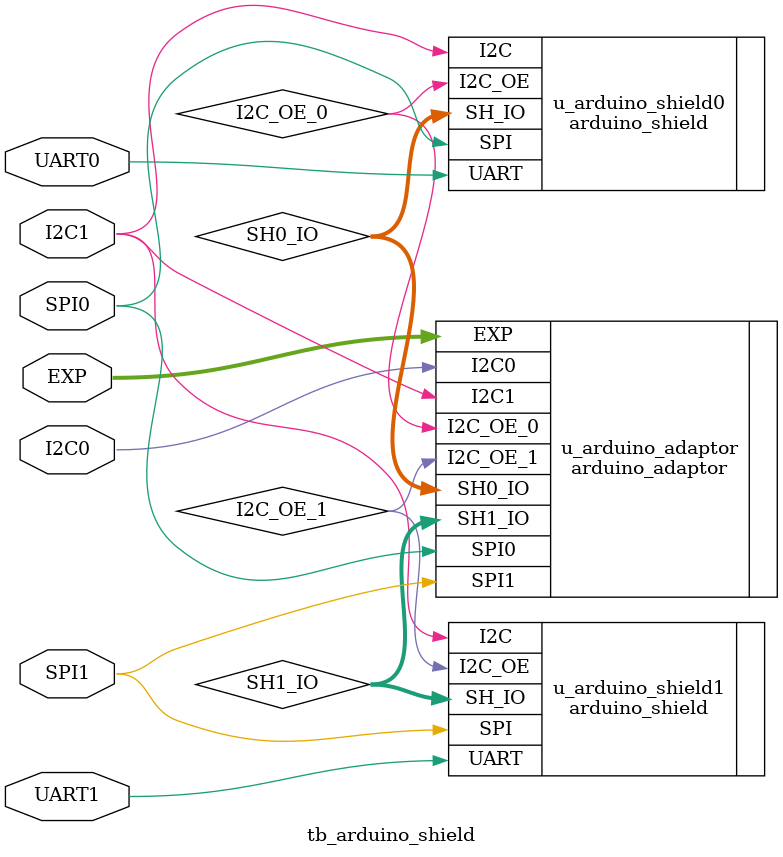
<source format=v>

`timescale 1ns/1ps

module tb_arduino_shield (
  inout wire [51:0] EXP,
  input wire        SPI0,
  input wire        SPI1,
  input wire        I2C0,
  input wire        I2C1,
  input wire        UART0,
  input wire        UART1
  );

  wire [15:0] SH0_IO;
  wire [15:0] SH1_IO;
  wire I2C_OE_0;
  wire I2C_OE_1;


  arduino_adaptor
  u_arduino_adaptor
  (
  .SPI0     (SPI0),
  .SPI1     (SPI1),
  .I2C0     (I2C0),
  .I2C1     (I2C1),
  .EXP      (EXP),
  .SH0_IO   (SH0_IO),
  .SH1_IO   (SH1_IO),
  .I2C_OE_0 (I2C_OE_0),
  .I2C_OE_1 (I2C_OE_1)
  );

  arduino_shield
  u_arduino_shield0
  (
  .UART   (UART0),
  .I2C    (I2C1),
  .SPI    (SPI0),
  .SH_IO  (SH0_IO),
  .I2C_OE (I2C_OE_0)
  );

  arduino_shield
  u_arduino_shield1
  (
  .UART   (UART1),
  .I2C    (I2C1),
  .SPI    (SPI1),
  .SH_IO  (SH1_IO),
  .I2C_OE (I2C_OE_1)
  );

endmodule

</source>
